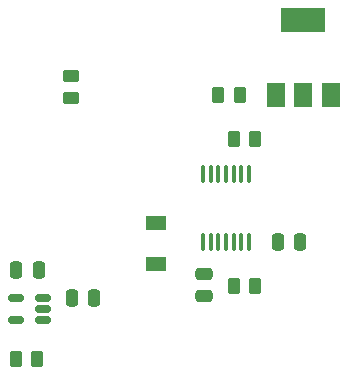
<source format=gbr>
%TF.GenerationSoftware,KiCad,Pcbnew,(6.0.1)*%
%TF.CreationDate,2022-03-26T14:46:19+01:00*%
%TF.ProjectId,fanali_coda_treno,66616e61-6c69-45f6-936f-64615f747265,rev?*%
%TF.SameCoordinates,Original*%
%TF.FileFunction,Paste,Top*%
%TF.FilePolarity,Positive*%
%FSLAX46Y46*%
G04 Gerber Fmt 4.6, Leading zero omitted, Abs format (unit mm)*
G04 Created by KiCad (PCBNEW (6.0.1)) date 2022-03-26 14:46:19*
%MOMM*%
%LPD*%
G01*
G04 APERTURE LIST*
G04 Aperture macros list*
%AMRoundRect*
0 Rectangle with rounded corners*
0 $1 Rounding radius*
0 $2 $3 $4 $5 $6 $7 $8 $9 X,Y pos of 4 corners*
0 Add a 4 corners polygon primitive as box body*
4,1,4,$2,$3,$4,$5,$6,$7,$8,$9,$2,$3,0*
0 Add four circle primitives for the rounded corners*
1,1,$1+$1,$2,$3*
1,1,$1+$1,$4,$5*
1,1,$1+$1,$6,$7*
1,1,$1+$1,$8,$9*
0 Add four rect primitives between the rounded corners*
20,1,$1+$1,$2,$3,$4,$5,0*
20,1,$1+$1,$4,$5,$6,$7,0*
20,1,$1+$1,$6,$7,$8,$9,0*
20,1,$1+$1,$8,$9,$2,$3,0*%
G04 Aperture macros list end*
%ADD10R,1.500000X2.000000*%
%ADD11R,3.800000X2.000000*%
%ADD12RoundRect,0.250000X-0.250000X-0.475000X0.250000X-0.475000X0.250000X0.475000X-0.250000X0.475000X0*%
%ADD13RoundRect,0.250000X-0.450000X0.262500X-0.450000X-0.262500X0.450000X-0.262500X0.450000X0.262500X0*%
%ADD14RoundRect,0.250000X-0.262500X-0.450000X0.262500X-0.450000X0.262500X0.450000X-0.262500X0.450000X0*%
%ADD15RoundRect,0.150000X0.512500X0.150000X-0.512500X0.150000X-0.512500X-0.150000X0.512500X-0.150000X0*%
%ADD16RoundRect,0.250000X-0.475000X0.250000X-0.475000X-0.250000X0.475000X-0.250000X0.475000X0.250000X0*%
%ADD17RoundRect,0.100000X-0.100000X0.637500X-0.100000X-0.637500X0.100000X-0.637500X0.100000X0.637500X0*%
%ADD18R,1.700000X1.300000*%
G04 APERTURE END LIST*
D10*
%TO.C,Q1*%
X36638200Y-23470400D03*
X38938200Y-23470400D03*
X41238200Y-23470400D03*
D11*
X38938200Y-17170400D03*
%TD*%
D12*
%TO.C,C4*%
X19344600Y-40665400D03*
X21244600Y-40665400D03*
%TD*%
D13*
%TO.C,R6*%
X19278600Y-21896700D03*
X19278600Y-23721700D03*
%TD*%
D14*
%TO.C,R3*%
X33047300Y-27228800D03*
X34872300Y-27228800D03*
%TD*%
%TO.C,R1*%
X31726500Y-23469600D03*
X33551500Y-23469600D03*
%TD*%
D12*
%TO.C,C1*%
X36769000Y-35915600D03*
X38669000Y-35915600D03*
%TD*%
D15*
%TO.C,U2*%
X16885900Y-42565600D03*
X16885900Y-41615600D03*
X16885900Y-40665600D03*
X14610900Y-40665600D03*
X14610900Y-42565600D03*
%TD*%
D14*
%TO.C,R2*%
X33047300Y-39649400D03*
X34872300Y-39649400D03*
%TD*%
D12*
%TO.C,C3*%
X14620200Y-38277800D03*
X16520200Y-38277800D03*
%TD*%
D16*
%TO.C,C2*%
X30505400Y-38623200D03*
X30505400Y-40523200D03*
%TD*%
D14*
%TO.C,R5*%
X14583400Y-45821600D03*
X16408400Y-45821600D03*
%TD*%
D17*
%TO.C,U1*%
X34335000Y-30182900D03*
X33685000Y-30182900D03*
X33035000Y-30182900D03*
X32385000Y-30182900D03*
X31735000Y-30182900D03*
X31085000Y-30182900D03*
X30435000Y-30182900D03*
X30435000Y-35907900D03*
X31085000Y-35907900D03*
X31735000Y-35907900D03*
X32385000Y-35907900D03*
X33035000Y-35907900D03*
X33685000Y-35907900D03*
X34335000Y-35907900D03*
%TD*%
D18*
%TO.C,D1*%
X26416000Y-37815400D03*
X26416000Y-34315400D03*
%TD*%
M02*

</source>
